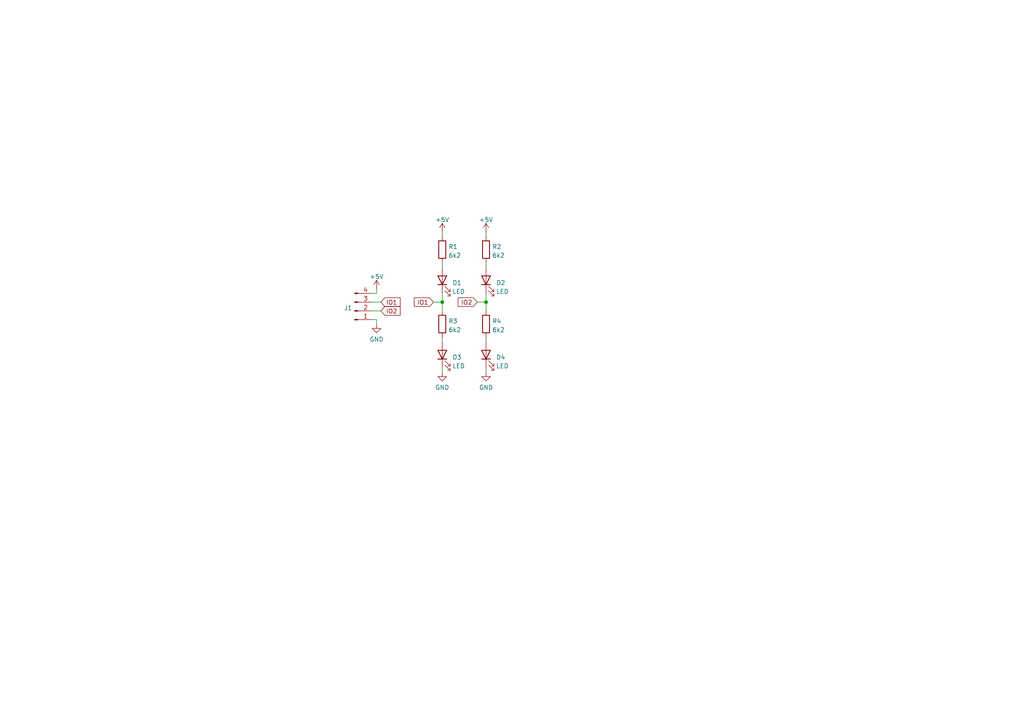
<source format=kicad_sch>
(kicad_sch (version 20211123) (generator eeschema)
  (paper "A4")
  (lib_symbols
    (symbol "Connector:Conn_01x04_Male" (pin_names (offset 1.016) hide)
      (property "Reference" "J" (at 0 5.08 0))
      (property "Value" "Conn_01x04_Male" (at 0 -7.62 0))
      (symbol "Conn_01x04_Male_1_1"
        (polyline (pts (xy 1.27 -5.08) (xy 0.8636 -5.08)) (stroke (width 0.1524)))
        (polyline (pts (xy 1.27 -2.54) (xy 0.8636 -2.54)) (stroke (width 0.1524)))
        (polyline (pts (xy 1.27 0) (xy 0.8636 0)) (stroke (width 0.1524)))
        (polyline (pts (xy 1.27 2.54) (xy 0.8636 2.54)) (stroke (width 0.1524)))
        (rectangle (start 0.8636 -4.953) (end 0 -5.207) (stroke (width 0.1524)) (fill (type outline)))
        (rectangle (start 0.8636 -2.413) (end 0 -2.667) (stroke (width 0.1524)) (fill (type outline)))
        (rectangle (start 0.8636 0.127) (end 0 -0.127) (stroke (width 0.1524)) (fill (type outline)))
        (rectangle (start 0.8636 2.667) (end 0 2.413) (stroke (width 0.1524)) (fill (type outline)))
        (pin passive line (at 5.08 2.54 180) (length 3.81) (name "Pin_1") (number "1"))
        (pin passive line (at 5.08 0 180) (length 3.81) (name "Pin_2") (number "2"))
        (pin passive line (at 5.08 -2.54 180) (length 3.81) (name "Pin_3") (number "3"))
        (pin passive line (at 5.08 -5.08 180) (length 3.81) (name "Pin_4") (number "4"))
      )
    )
    (symbol "Device:LED" (pin_numbers hide) (pin_names (offset 1.016) hide)
      (property "Reference" "D" (at 0 2.54 0))
      (property "Value" "LED" (at 0 -2.54 0))
      (symbol "LED_0_1"
        (polyline (pts (xy -1.27 -1.27) (xy -1.27 1.27)) (stroke (width 0.254)))
        (polyline (pts (xy -1.27 0) (xy 1.27 0)))
        (polyline (pts (xy 1.27 -1.27) (xy 1.27 1.27) (xy -1.27 0) (xy 1.27 -1.27)) (stroke (width 0.254)))
        (polyline (pts (xy -3.048 -0.762) (xy -4.572 -2.286) (xy -3.81 -2.286) (xy -4.572 -2.286) (xy -4.572 -1.524)))
        (polyline (pts (xy -1.778 -0.762) (xy -3.302 -2.286) (xy -2.54 -2.286) (xy -3.302 -2.286) (xy -3.302 -1.524)))
      )
      (symbol "LED_1_1"
        (pin passive line (at -3.81 0 0) (length 2.54) (name "K") (number "1"))
        (pin passive line (at 3.81 0 180) (length 2.54) (name "A") (number "2"))
      )
    )
    (symbol "Device:R" (pin_numbers hide) (pin_names (offset 0))
      (property "Reference" "R" (at 2.032 0 90))
      (property "Value" "R" (at 0 0 90))
      (symbol "R_0_1"
        (rectangle (start -1.016 -2.54) (end 1.016 2.54) (stroke (width 0.254)))
      )
      (symbol "R_1_1"
        (pin passive line (at 0 3.81 270) (length 1.27) (name "~") (number "1"))
        (pin passive line (at 0 -3.81 90) (length 1.27) (name "~") (number "2"))
      )
    )
    (symbol "power:+5V" (power) (pin_names (offset 0))
      (property "Value" "+5V" (at 0 3.556 0))
      (symbol "+5V_0_1"
        (polyline (pts (xy -0.762 1.27) (xy 0 2.54)))
        (polyline (pts (xy 0 0) (xy 0 2.54)))
        (polyline (pts (xy 0 2.54) (xy 0.762 1.27)))
      )
      (symbol "+5V_1_1"
        (pin power_in line (at 0 0 90) (length 0) hide (name "+5V") (number "1"))
      )
    )
    (symbol "power:GND" (power) (pin_names (offset 0))
      (property "Value" "GND" (at 0 -3.81 0))
      (symbol "GND_0_1"
        (polyline (pts (xy 0 0) (xy 0 -1.27) (xy 1.27 -1.27) (xy 0 -2.54) (xy -1.27 -1.27) (xy 0 -1.27)))
      )
      (symbol "GND_1_1"
        (pin power_in line (at 0 0 270) (length 0) hide (name "GND") (number "1"))
      )
    )
  )
  (junction (at 128.27 87.63))
  (junction (at 140.97 87.63))
  (wire (pts (xy 140.97 76.2) (xy 140.97 77.47)))
  (wire (pts (xy 128.27 67.31) (xy 128.27 68.58)))
  (wire (pts (xy 140.97 87.63) (xy 140.97 90.17)))
  (wire (pts (xy 107.95 87.63) (xy 110.49 87.63)))
  (wire (pts (xy 128.27 90.17) (xy 128.27 87.63)))
  (wire (pts (xy 128.27 106.68) (xy 128.27 107.95)))
  (wire (pts (xy 128.27 87.63) (xy 125.73 87.63)))
  (wire (pts (xy 109.22 92.71) (xy 107.95 92.71)))
  (wire (pts (xy 140.97 85.09) (xy 140.97 87.63)))
  (wire (pts (xy 109.22 83.82) (xy 109.22 85.09)))
  (wire (pts (xy 128.27 97.79) (xy 128.27 99.06)))
  (wire (pts (xy 128.27 76.2) (xy 128.27 77.47)))
  (wire (pts (xy 107.95 85.09) (xy 109.22 85.09)))
  (wire (pts (xy 140.97 67.31) (xy 140.97 68.58)))
  (wire (pts (xy 138.43 87.63) (xy 140.97 87.63)))
  (wire (pts (xy 128.27 85.09) (xy 128.27 87.63)))
  (wire (pts (xy 107.95 90.17) (xy 110.49 90.17)))
  (wire (pts (xy 140.97 106.68) (xy 140.97 107.95)))
  (wire (pts (xy 109.22 93.98) (xy 109.22 92.71)))
  (wire (pts (xy 140.97 97.79) (xy 140.97 99.06)))
  (global_label "IO2" (shape input) (at 110.49 90.17 0) (property "Intersheet References" "${INTERSHEET_REFS}" (effects hide)))
  (global_label "IO1" (shape input) (at 110.49 87.63 0) (property "Intersheet References" "${INTERSHEET_REFS}" (effects hide)))
  (global_label "IO1" (shape input) (at 125.73 87.63 180) (property "Intersheet References" "${INTERSHEET_REFS}" (effects hide)))
  (global_label "IO2" (shape input) (at 138.43 87.63 180) (property "Intersheet References" "${INTERSHEET_REFS}" (effects hide)))
  (symbol (lib_id "Device:LED") (at 140.97 102.87 90) (unit 1)
    (property "Reference" "D4" (at 143.891 103.6228 90) (effects (justify right)))
    (property "Value" "LED" (at 143.891 106.1597 90) (effects (justify right)))
    (property "Footprint" "LED_SMD:LED_0805_2012Metric_Pad1.15x1.40mm_HandSolder" (effects hide))
    (property "JLCPCB Part#" "C2296" (effects hide))
  )
  (symbol (lib_id "Connector:Conn_01x04_Male") (at 102.87 90.17 0) (mirror x) (unit 1)
    (property "Reference" "J1" (at 102.1588 89.3338 0) (effects (justify right)))
    (property "Value" "Conn_01x04_Male" (effects hide))
    (property "Footprint" "Connector_JST:JST_PH_B4B-PH-SM4-TB_1x04-1MP_P2.00mm_Vertical" (effects hide))
  )
  (symbol (lib_id "Device:R") (at 128.27 72.39 0) (unit 1)
    (property "Reference" "R1" (at 130.048 71.5553 0) (effects (justify left)))
    (property "Value" "6k2" (at 130.048 74.0922 0) (effects (justify left)))
    (property "Footprint" "Resistor_SMD:R_0603_1608Metric_Pad0.98x0.95mm_HandSolder" (effects hide))
    (property "JLCPCB Part#" "C4260" (effects hide))
  )
  (symbol (lib_id "Device:R") (at 140.97 93.98 0) (unit 1)
    (property "Reference" "R4" (at 142.748 93.1453 0) (effects (justify left)))
    (property "Value" "6k2" (at 142.748 95.6822 0) (effects (justify left)))
    (property "Footprint" "Resistor_SMD:R_0603_1608Metric_Pad0.98x0.95mm_HandSolder" (effects hide))
    (property "JLCPCB Part#" "C4260" (effects hide))
  )
  (symbol (lib_id "power:GND") (at 109.22 93.98 0) (unit 1)
    (property "Reference" "#PWR04" (effects hide))
    (property "Value" "GND" (at 109.22 98.4234 0))
  )
  (symbol (lib_id "power:+5V") (at 109.22 83.82 0) (unit 1)
    (property "Reference" "#PWR03" (effects hide))
    (property "Value" "+5V" (at 109.22 80.2442 0))
  )
  (symbol (lib_id "Device:R") (at 128.27 93.98 0) (unit 1)
    (property "Reference" "R3" (at 130.048 93.1453 0) (effects (justify left)))
    (property "Value" "6k2" (at 130.048 95.6822 0) (effects (justify left)))
    (property "Footprint" "Resistor_SMD:R_0603_1608Metric_Pad0.98x0.95mm_HandSolder" (effects hide))
    (property "JLCPCB Part#" "C4260" (effects hide))
  )
  (symbol (lib_id "power:+5V") (at 140.97 67.31 0) (unit 1)
    (property "Reference" "#PWR02" (effects hide))
    (property "Value" "+5V" (at 140.97 63.7342 0))
  )
  (symbol (lib_id "Device:R") (at 140.97 72.39 0) (unit 1)
    (property "Reference" "R2" (at 142.748 71.5553 0) (effects (justify left)))
    (property "Value" "6k2" (at 142.748 74.0922 0) (effects (justify left)))
    (property "Footprint" "Resistor_SMD:R_0603_1608Metric_Pad0.98x0.95mm_HandSolder" (effects hide))
    (property "JLCPCB Part#" "C4260" (effects hide))
  )
  (symbol (lib_id "power:GND") (at 128.27 107.95 0) (unit 1)
    (property "Reference" "#PWR05" (effects hide))
    (property "Value" "GND" (at 128.27 112.3934 0))
  )
  (symbol (lib_id "Device:LED") (at 128.27 102.87 90) (unit 1)
    (property "Reference" "D3" (at 131.191 103.6228 90) (effects (justify right)))
    (property "Value" "LED" (at 131.191 106.1597 90) (effects (justify right)))
    (property "Footprint" "LED_SMD:LED_0805_2012Metric_Pad1.15x1.40mm_HandSolder" (effects hide))
    (property "JLCPCB Part#" "C2296" (effects hide))
  )
  (symbol (lib_id "power:GND") (at 140.97 107.95 0) (unit 1)
    (property "Reference" "#PWR06" (effects hide))
    (property "Value" "GND" (at 140.97 112.3934 0))
  )
  (symbol (lib_id "Device:LED") (at 140.97 81.28 90) (unit 1)
    (property "Reference" "D2" (at 143.891 82.0328 90) (effects (justify right)))
    (property "Value" "LED" (at 143.891 84.5697 90) (effects (justify right)))
    (property "Footprint" "LED_SMD:LED_0805_2012Metric_Pad1.15x1.40mm_HandSolder" (effects hide))
    (property "JLCPCB Part#" "C2296" (effects hide))
  )
  (symbol (lib_id "power:+5V") (at 128.27 67.31 0) (unit 1)
    (property "Reference" "#PWR01" (effects hide))
    (property "Value" "+5V" (at 128.27 63.7342 0))
  )
  (symbol (lib_id "Device:LED") (at 128.27 81.28 90) (unit 1)
    (property "Reference" "D1" (at 131.191 82.0328 90) (effects (justify right)))
    (property "Value" "LED" (at 131.191 84.5697 90) (effects (justify right)))
    (property "Footprint" "LED_SMD:LED_0805_2012Metric_Pad1.15x1.40mm_HandSolder" (effects hide))
    (property "JLCPCB Part#" "C2296" (effects hide))
  )
)
</source>
